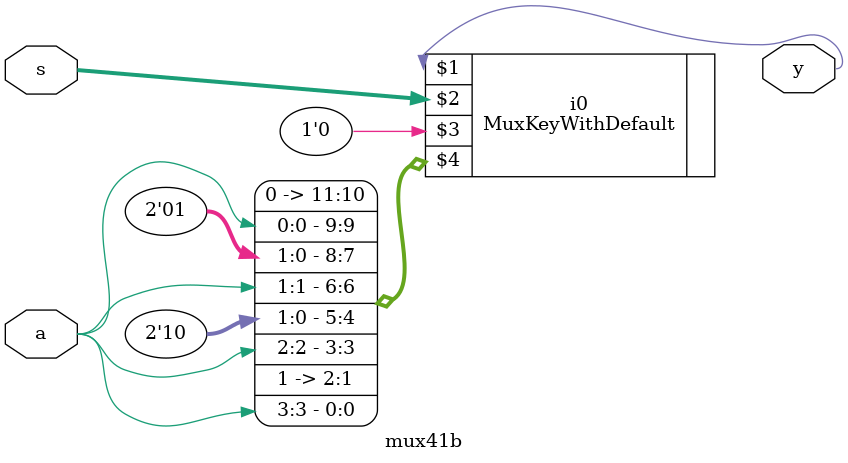
<source format=v>
module mux21e(a,b,s,y);
  input   a,b,s;
  output  y;
  MuxKey #(2, 1, 1) i0 (y, s, {
    1'b0, a,
    1'b1, b
  });
endmodule

module mux41b(a,s,y);
  input  [3:0] a;
  input  [1:0] s;
  output y;
  MuxKeyWithDefault #(4, 2, 1) i0 (y, s, 1'b0, {    //default = 1'b0, only 1 bit?
    2'b00, a[0],
    2'b01, a[1],
    2'b10, a[2],
    2'b11, a[3]
  });
endmodule

</source>
